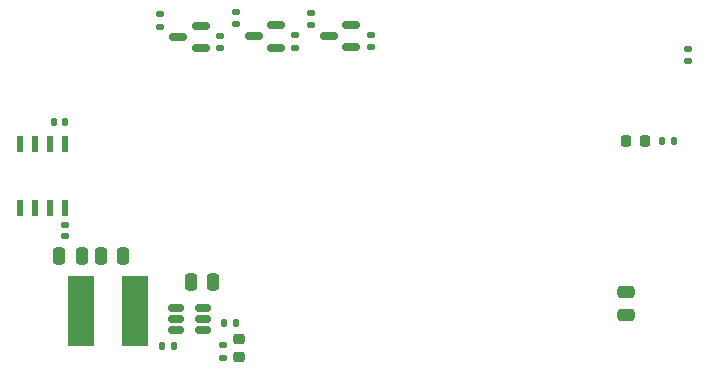
<source format=gbr>
%TF.GenerationSoftware,KiCad,Pcbnew,(6.0.9-0)*%
%TF.CreationDate,2023-04-03T15:52:03-04:00*%
%TF.ProjectId,rcc-pico,7263632d-7069-4636-9f2e-6b696361645f,rev?*%
%TF.SameCoordinates,Original*%
%TF.FileFunction,Paste,Top*%
%TF.FilePolarity,Positive*%
%FSLAX46Y46*%
G04 Gerber Fmt 4.6, Leading zero omitted, Abs format (unit mm)*
G04 Created by KiCad (PCBNEW (6.0.9-0)) date 2023-04-03 15:52:03*
%MOMM*%
%LPD*%
G01*
G04 APERTURE LIST*
G04 Aperture macros list*
%AMRoundRect*
0 Rectangle with rounded corners*
0 $1 Rounding radius*
0 $2 $3 $4 $5 $6 $7 $8 $9 X,Y pos of 4 corners*
0 Add a 4 corners polygon primitive as box body*
4,1,4,$2,$3,$4,$5,$6,$7,$8,$9,$2,$3,0*
0 Add four circle primitives for the rounded corners*
1,1,$1+$1,$2,$3*
1,1,$1+$1,$4,$5*
1,1,$1+$1,$6,$7*
1,1,$1+$1,$8,$9*
0 Add four rect primitives between the rounded corners*
20,1,$1+$1,$2,$3,$4,$5,0*
20,1,$1+$1,$4,$5,$6,$7,0*
20,1,$1+$1,$6,$7,$8,$9,0*
20,1,$1+$1,$8,$9,$2,$3,0*%
G04 Aperture macros list end*
%ADD10RoundRect,0.140000X-0.170000X0.140000X-0.170000X-0.140000X0.170000X-0.140000X0.170000X0.140000X0*%
%ADD11RoundRect,0.218750X0.218750X0.256250X-0.218750X0.256250X-0.218750X-0.256250X0.218750X-0.256250X0*%
%ADD12RoundRect,0.150000X0.587500X0.150000X-0.587500X0.150000X-0.587500X-0.150000X0.587500X-0.150000X0*%
%ADD13RoundRect,0.250000X0.250000X0.475000X-0.250000X0.475000X-0.250000X-0.475000X0.250000X-0.475000X0*%
%ADD14RoundRect,0.250000X-0.475000X0.250000X-0.475000X-0.250000X0.475000X-0.250000X0.475000X0.250000X0*%
%ADD15RoundRect,0.150000X0.512500X0.150000X-0.512500X0.150000X-0.512500X-0.150000X0.512500X-0.150000X0*%
%ADD16RoundRect,0.135000X-0.135000X-0.185000X0.135000X-0.185000X0.135000X0.185000X-0.135000X0.185000X0*%
%ADD17RoundRect,0.135000X0.185000X-0.135000X0.185000X0.135000X-0.185000X0.135000X-0.185000X-0.135000X0*%
%ADD18RoundRect,0.135000X-0.185000X0.135000X-0.185000X-0.135000X0.185000X-0.135000X0.185000X0.135000X0*%
%ADD19RoundRect,0.250000X-0.250000X-0.475000X0.250000X-0.475000X0.250000X0.475000X-0.250000X0.475000X0*%
%ADD20RoundRect,0.140000X0.140000X0.170000X-0.140000X0.170000X-0.140000X-0.170000X0.140000X-0.170000X0*%
%ADD21R,0.558800X1.460500*%
%ADD22RoundRect,0.225000X-0.250000X0.225000X-0.250000X-0.225000X0.250000X-0.225000X0.250000X0.225000X0*%
%ADD23R,2.225000X5.950000*%
G04 APERTURE END LIST*
D10*
%TO.C,C9*%
X140425000Y-114970000D03*
X140425000Y-115930000D03*
%TD*%
D11*
%TO.C,D1*%
X136775000Y-122725000D03*
X135200000Y-122725000D03*
%TD*%
D12*
%TO.C,Q2*%
X105537500Y-114825000D03*
X105537500Y-112925000D03*
X103662500Y-113875000D03*
%TD*%
D13*
%TO.C,C2*%
X100200000Y-134675000D03*
X98300000Y-134675000D03*
%TD*%
D14*
%TO.C,C1*%
X135150000Y-135550000D03*
X135150000Y-137450000D03*
%TD*%
D15*
%TO.C,U1*%
X99350000Y-138750000D03*
X99350000Y-137800000D03*
X99350000Y-136850000D03*
X97075000Y-136850000D03*
X97075000Y-137800000D03*
X97075000Y-138750000D03*
%TD*%
D16*
%TO.C,R3*%
X138190000Y-122700000D03*
X139210000Y-122700000D03*
%TD*%
%TO.C,R2*%
X101090000Y-138125000D03*
X102110000Y-138125000D03*
%TD*%
D10*
%TO.C,C8*%
X87650000Y-129845000D03*
X87650000Y-130805000D03*
%TD*%
D17*
%TO.C,R8*%
X100750000Y-114845000D03*
X100750000Y-113825000D03*
%TD*%
D18*
%TO.C,R5*%
X108450000Y-111865000D03*
X108450000Y-112885000D03*
%TD*%
D19*
%TO.C,C5*%
X90700000Y-132425000D03*
X92600000Y-132425000D03*
%TD*%
D20*
%TO.C,C3*%
X96860000Y-140075000D03*
X95900000Y-140075000D03*
%TD*%
D17*
%TO.C,R6*%
X107100000Y-114810000D03*
X107100000Y-113790000D03*
%TD*%
D18*
%TO.C,R9*%
X95725000Y-112015000D03*
X95725000Y-113035000D03*
%TD*%
D12*
%TO.C,Q1*%
X111900000Y-114800000D03*
X111900000Y-112900000D03*
X110025000Y-113850000D03*
%TD*%
D13*
%TO.C,C6*%
X89075000Y-132425000D03*
X87175000Y-132425000D03*
%TD*%
D12*
%TO.C,Q3*%
X99137500Y-114850000D03*
X99137500Y-112950000D03*
X97262500Y-113900000D03*
%TD*%
D20*
%TO.C,C7*%
X87680000Y-121150000D03*
X86720000Y-121150000D03*
%TD*%
D21*
%TO.C,U2*%
X87677500Y-122940975D03*
X86407500Y-122940975D03*
X85137500Y-122940975D03*
X83867500Y-122940975D03*
X83867500Y-128389275D03*
X85137500Y-128389275D03*
X86407500Y-128389275D03*
X87677500Y-128389275D03*
%TD*%
D17*
%TO.C,R4*%
X113537500Y-114770000D03*
X113537500Y-113750000D03*
%TD*%
D18*
%TO.C,R7*%
X102125000Y-111765000D03*
X102125000Y-112785000D03*
%TD*%
D22*
%TO.C,C4*%
X102425000Y-139450000D03*
X102425000Y-141000000D03*
%TD*%
D23*
%TO.C,L1*%
X93625000Y-137137500D03*
X89025000Y-137137500D03*
%TD*%
D18*
%TO.C,R1*%
X101025000Y-140040000D03*
X101025000Y-141060000D03*
%TD*%
M02*

</source>
